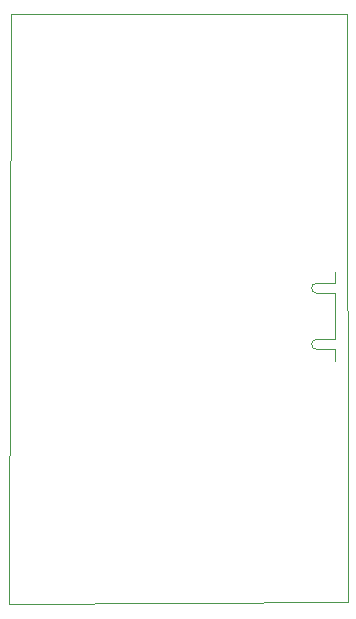
<source format=gbr>
G04 #@! TF.GenerationSoftware,KiCad,Pcbnew,(5.1.5)-3*
G04 #@! TF.CreationDate,2020-03-05T17:26:28+00:00*
G04 #@! TF.ProjectId,DigiSpark.schBackup,44696769-5370-4617-926b-2e7363684261,rev?*
G04 #@! TF.SameCoordinates,PX4f296e0PY8afe530*
G04 #@! TF.FileFunction,Profile,NP*
%FSLAX46Y46*%
G04 Gerber Fmt 4.6, Leading zero omitted, Abs format (unit mm)*
G04 Created by KiCad (PCBNEW (5.1.5)-3) date 2020-03-05 17:26:28*
%MOMM*%
%LPD*%
G04 APERTURE LIST*
%ADD10C,0.050000*%
%ADD11C,0.100000*%
G04 APERTURE END LIST*
D10*
X4216400Y51943000D02*
X3962400Y51943000D01*
X2844800Y51943000D02*
X3962400Y51943000D01*
X2667000Y2032000D02*
X2844800Y51943000D01*
X31369000Y2209800D02*
X2667000Y2032000D01*
X31318200Y51943000D02*
X31369000Y2209800D01*
X4216400Y51943000D02*
X31318200Y51943000D01*
D11*
X28729400Y29190600D02*
G75*
G03X28729400Y28340600I0J-425000D01*
G01*
X28729400Y24440600D02*
G75*
G03X28729400Y23590600I0J-425000D01*
G01*
X30304400Y29190600D02*
X30304400Y30140600D01*
X28729400Y29190600D02*
X30304400Y29190600D01*
X28729400Y28340600D02*
X30304400Y28340600D01*
X30304400Y24440600D02*
X30304400Y28340600D01*
X28729400Y24440600D02*
X30304400Y24440600D01*
X28729400Y23590600D02*
X30304400Y23590600D01*
X30304400Y22640600D02*
X30304400Y23590600D01*
M02*

</source>
